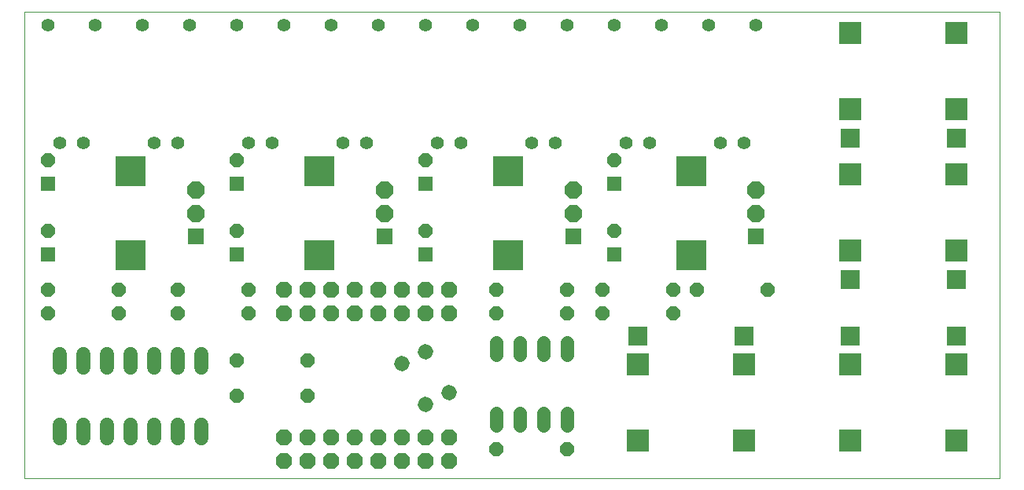
<source format=gbs>
G75*
%MOIN*%
%OFA0B0*%
%FSLAX25Y25*%
%IPPOS*%
%LPD*%
%AMOC8*
5,1,8,0,0,1.08239X$1,22.5*
%
%ADD10C,0.00000*%
%ADD11R,0.09554X0.09554*%
%ADD12R,0.08372X0.08372*%
%ADD13C,0.06000*%
%ADD14OC8,0.06800*%
%ADD15C,0.05556*%
%ADD16C,0.05556*%
%ADD17OC8,0.06000*%
%ADD18R,0.07131X0.07131*%
%ADD19OC8,0.07131*%
%ADD20R,0.12668X0.12668*%
%ADD21R,0.06000X0.06000*%
%ADD22C,0.01200*%
D10*
X0001000Y0006667D02*
X0414386Y0006667D01*
X0414386Y0204738D01*
X0001000Y0204738D01*
X0001000Y0006667D01*
D11*
X0261000Y0022612D03*
X0306000Y0022612D03*
X0351000Y0022612D03*
X0396000Y0022612D03*
X0396000Y0054974D03*
X0351000Y0054974D03*
X0306000Y0054974D03*
X0261000Y0054974D03*
X0351000Y0103360D03*
X0396000Y0103360D03*
X0396000Y0135722D03*
X0351000Y0135722D03*
X0351000Y0163360D03*
X0396000Y0163360D03*
X0396000Y0195722D03*
X0351000Y0195722D03*
D12*
X0351000Y0151155D03*
X0396000Y0151155D03*
X0396000Y0091155D03*
X0351000Y0091155D03*
X0351000Y0067178D03*
X0306000Y0067178D03*
X0261000Y0067178D03*
X0396000Y0067178D03*
D13*
X0076000Y0059467D02*
X0076000Y0053867D01*
X0066000Y0053867D02*
X0066000Y0059467D01*
X0056000Y0059467D02*
X0056000Y0053867D01*
X0046000Y0053867D02*
X0046000Y0059467D01*
X0036000Y0059467D02*
X0036000Y0053867D01*
X0026000Y0053867D02*
X0026000Y0059467D01*
X0016000Y0059467D02*
X0016000Y0053867D01*
X0016000Y0029467D02*
X0016000Y0023867D01*
X0026000Y0023867D02*
X0026000Y0029467D01*
X0036000Y0029467D02*
X0036000Y0023867D01*
X0046000Y0023867D02*
X0046000Y0029467D01*
X0056000Y0029467D02*
X0056000Y0023867D01*
X0066000Y0023867D02*
X0066000Y0029467D01*
X0076000Y0029467D02*
X0076000Y0023867D01*
D14*
X0111000Y0024167D03*
X0121000Y0024167D03*
X0131000Y0024167D03*
X0141000Y0024167D03*
X0151000Y0024167D03*
X0161000Y0024167D03*
X0171000Y0024167D03*
X0181000Y0024167D03*
X0181000Y0014167D03*
X0171000Y0014167D03*
X0161000Y0014167D03*
X0151000Y0014167D03*
X0141000Y0014167D03*
X0131000Y0014167D03*
X0121000Y0014167D03*
X0111000Y0014167D03*
X0111000Y0076667D03*
X0121000Y0076667D03*
X0131000Y0076667D03*
X0141000Y0076667D03*
X0151000Y0076667D03*
X0161000Y0076667D03*
X0171000Y0076667D03*
X0181000Y0076667D03*
X0181000Y0086667D03*
X0171000Y0086667D03*
X0161000Y0086667D03*
X0151000Y0086667D03*
X0141000Y0086667D03*
X0131000Y0086667D03*
X0121000Y0086667D03*
X0111000Y0086667D03*
D15*
X0106000Y0149167D03*
X0096000Y0149167D03*
X0066000Y0149167D03*
X0056000Y0149167D03*
X0026000Y0149167D03*
X0016000Y0149167D03*
X0011000Y0199167D03*
X0031000Y0199167D03*
X0051000Y0199167D03*
X0071000Y0199167D03*
X0091000Y0199167D03*
X0111000Y0199167D03*
X0131000Y0199167D03*
X0151000Y0199167D03*
X0171000Y0199167D03*
X0191000Y0199167D03*
X0211000Y0199167D03*
X0231000Y0199167D03*
X0251000Y0199167D03*
X0271000Y0199167D03*
X0291000Y0199167D03*
X0311000Y0199167D03*
X0306000Y0149167D03*
X0296000Y0149167D03*
X0266000Y0149167D03*
X0256000Y0149167D03*
X0226000Y0149167D03*
X0216000Y0149167D03*
X0186000Y0149167D03*
X0176000Y0149167D03*
X0146000Y0149167D03*
X0136000Y0149167D03*
D16*
X0201000Y0064245D02*
X0201000Y0059089D01*
X0211000Y0059089D02*
X0211000Y0064245D01*
X0221000Y0064245D02*
X0221000Y0059089D01*
X0231000Y0059089D02*
X0231000Y0064245D01*
X0231000Y0034245D02*
X0231000Y0029089D01*
X0221000Y0029089D02*
X0221000Y0034245D01*
X0211000Y0034245D02*
X0211000Y0029089D01*
X0201000Y0029089D02*
X0201000Y0034245D01*
D17*
X0201000Y0019167D03*
X0231000Y0019167D03*
X0121000Y0041667D03*
X0121000Y0056667D03*
X0091000Y0056667D03*
X0091000Y0041667D03*
X0096000Y0076667D03*
X0096000Y0086667D03*
X0066000Y0086667D03*
X0066000Y0076667D03*
X0041000Y0076667D03*
X0041000Y0086667D03*
X0011000Y0086667D03*
X0011000Y0076667D03*
X0011000Y0111667D03*
X0011000Y0141667D03*
X0091000Y0141667D03*
X0091000Y0111667D03*
X0171000Y0111667D03*
X0201000Y0086667D03*
X0201000Y0076667D03*
X0231000Y0076667D03*
X0246000Y0076667D03*
X0246000Y0086667D03*
X0231000Y0086667D03*
X0276000Y0086667D03*
X0286000Y0086667D03*
X0276000Y0076667D03*
X0316000Y0086667D03*
X0251000Y0111667D03*
X0251000Y0141667D03*
X0171000Y0141667D03*
D18*
X0153559Y0109324D03*
X0073559Y0109324D03*
X0233559Y0109324D03*
X0311059Y0109324D03*
D19*
X0311059Y0119167D03*
X0311059Y0129009D03*
X0233559Y0129009D03*
X0233559Y0119167D03*
X0153559Y0119167D03*
X0153559Y0129009D03*
X0073559Y0129009D03*
X0073559Y0119167D03*
D20*
X0046000Y0101450D03*
X0046000Y0136883D03*
X0126000Y0136883D03*
X0126000Y0101450D03*
X0206000Y0101450D03*
X0206000Y0136883D03*
X0283500Y0136883D03*
X0283500Y0101450D03*
D21*
X0251000Y0101667D03*
X0251000Y0131667D03*
X0171000Y0131667D03*
X0171000Y0101667D03*
X0091000Y0101667D03*
X0091000Y0131667D03*
X0011000Y0131667D03*
X0011000Y0101667D03*
D22*
X0161261Y0057302D02*
X0160661Y0057902D01*
X0162581Y0057387D01*
X0163575Y0055666D01*
X0163060Y0053746D01*
X0161339Y0052752D01*
X0159419Y0053267D01*
X0158425Y0054988D01*
X0158940Y0056908D01*
X0160661Y0057902D01*
X0160788Y0056936D01*
X0161988Y0056614D01*
X0162609Y0055539D01*
X0162287Y0054339D01*
X0161212Y0053718D01*
X0160012Y0054040D01*
X0159391Y0055115D01*
X0159713Y0056315D01*
X0160788Y0056936D01*
X0160915Y0055970D01*
X0161395Y0055841D01*
X0161643Y0055412D01*
X0161514Y0054932D01*
X0161085Y0054684D01*
X0160605Y0054813D01*
X0160357Y0055242D01*
X0160486Y0055722D01*
X0160915Y0055970D01*
X0170739Y0058352D02*
X0171339Y0057752D01*
X0169419Y0058267D01*
X0168425Y0059988D01*
X0168940Y0061908D01*
X0170661Y0062902D01*
X0172581Y0062387D01*
X0173575Y0060666D01*
X0173060Y0058746D01*
X0171339Y0057752D01*
X0171212Y0058718D01*
X0170012Y0059040D01*
X0169391Y0060115D01*
X0169713Y0061315D01*
X0170788Y0061936D01*
X0171988Y0061614D01*
X0172609Y0060539D01*
X0172287Y0059339D01*
X0171212Y0058718D01*
X0171085Y0059684D01*
X0170605Y0059813D01*
X0170357Y0060242D01*
X0170486Y0060722D01*
X0170915Y0060970D01*
X0171395Y0060841D01*
X0171643Y0060412D01*
X0171514Y0059932D01*
X0171085Y0059684D01*
X0180739Y0041031D02*
X0181339Y0040431D01*
X0179419Y0040946D01*
X0178425Y0042667D01*
X0178940Y0044587D01*
X0180661Y0045581D01*
X0182581Y0045066D01*
X0183575Y0043345D01*
X0183060Y0041425D01*
X0181339Y0040431D01*
X0181212Y0041397D01*
X0180012Y0041719D01*
X0179391Y0042794D01*
X0179713Y0043994D01*
X0180788Y0044615D01*
X0181988Y0044293D01*
X0182609Y0043218D01*
X0182287Y0042018D01*
X0181212Y0041397D01*
X0181085Y0042363D01*
X0180605Y0042492D01*
X0180357Y0042921D01*
X0180486Y0043401D01*
X0180915Y0043649D01*
X0181395Y0043520D01*
X0181643Y0043091D01*
X0181514Y0042611D01*
X0181085Y0042363D01*
X0171261Y0039981D02*
X0170661Y0040581D01*
X0172581Y0040066D01*
X0173575Y0038345D01*
X0173060Y0036425D01*
X0171339Y0035431D01*
X0169419Y0035946D01*
X0168425Y0037667D01*
X0168940Y0039587D01*
X0170661Y0040581D01*
X0170788Y0039615D01*
X0171988Y0039293D01*
X0172609Y0038218D01*
X0172287Y0037018D01*
X0171212Y0036397D01*
X0170012Y0036719D01*
X0169391Y0037794D01*
X0169713Y0038994D01*
X0170788Y0039615D01*
X0170915Y0038649D01*
X0171395Y0038520D01*
X0171643Y0038091D01*
X0171514Y0037611D01*
X0171085Y0037363D01*
X0170605Y0037492D01*
X0170357Y0037921D01*
X0170486Y0038401D01*
X0170915Y0038649D01*
M02*

</source>
